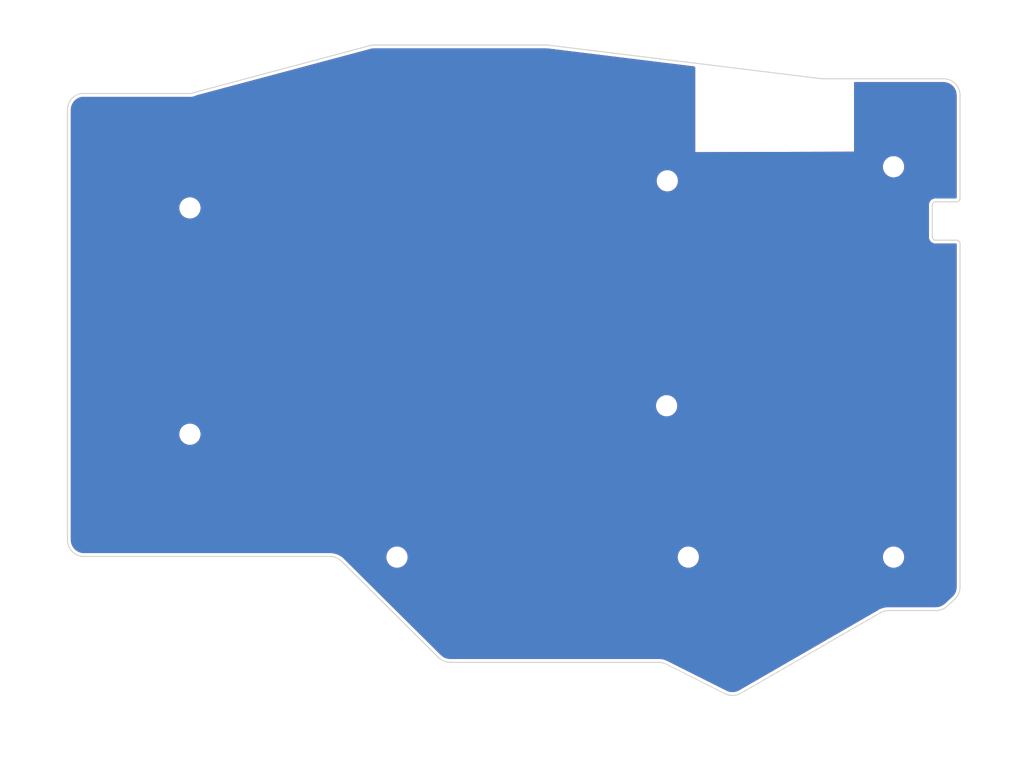
<source format=kicad_pcb>
(kicad_pcb (version 20210108) (generator pcbnew)
  (layers (0 "F.Cu" signal) (31 "B.Cu" signal) (34 "B.Paste" user) (35 "F.Paste" user) (36 "B.SilkS" user "B.Silkscreen") (37 "F.SilkS" user "F.Silkscreen") (38 "B.Mask" user) (39 "F.Mask" user) (44 "Edge.Cuts" user))
  (net 0 "")
  (footprint "MountingHole:MountingHole_2.2mm_M2_DIN965" (layer "F.Cu") (at 128.764476 111.175)
    (fp_text reference "H8" hide)
    (fp_text value "MountingHole_Pad")
    (pad "1" np_thru_hole circle (at 0 0) (size 2.2 2.2) (drill 2.2) (layers *.Cu *.Mask))
  )
  (footprint "MountingHole:MountingHole_2.2mm_M2_DIN965" (layer "F.Cu") (at 172.764476 111.175)
    (fp_text reference "H7" hide)
    (fp_text value "MountingHole_Pad")
    (pad "1" np_thru_hole circle (at 0 0) (size 2.2 2.2) (drill 2.2) (layers *.Cu *.Mask))
  )
  (footprint "MountingHole:MountingHole_2.2mm_M2_DIN965" (layer "B.Cu") (at 169.489476 88.3 180)
    (fp_text reference "H1" hide)
    (fp_text value "MountingHole_Pad")
    (pad "1" np_thru_hole circle (at 0 0 180) (size 2.2 2.2) (drill 2.2) (layers *.Cu *.Mask))
  )
  (footprint "MountingHole:MountingHole_2.2mm_M2_DIN965" (layer "B.Cu") (at 97.489476 92.6 180)
    (fp_text reference "H3" hide)
    (fp_text value "MountingHole_Pad")
    (pad "1" np_thru_hole circle (at 0 0 180) (size 2.2 2.2) (drill 2.2) (layers *.Cu *.Mask))
  )
  (footprint "MountingHole:MountingHole_2.2mm_M2_DIN965" (layer "B.Cu") (at 97.489476 58.4 180)
    (fp_text reference "H6" hide)
    (fp_text value "MountingHole_Pad")
    (pad "1" np_thru_hole circle (at 0 0 180) (size 2.2 2.2) (drill 2.2) (layers *.Cu *.Mask))
  )
  (footprint "MountingHole:MountingHole_2.2mm_M2_DIN965" (layer "B.Cu") (at 169.589476 54.3 180)
    (fp_text reference "H5" hide)
    (fp_text value "MountingHole_Pad")
    (pad "1" np_thru_hole circle (at 0 0 180) (size 2.2 2.2) (drill 2.2) (layers *.Cu *.Mask))
  )
  (footprint "MountingHole:MountingHole_2.2mm_M2_DIN965" (layer "B.Cu") (at 203.764476 111.175 180)
    (fp_text reference "H2" hide)
    (fp_text value "MountingHole_Pad")
    (pad "1" np_thru_hole circle (at 0 0 180) (size 2.2 2.2) (drill 2.2) (layers *.Cu *.Mask))
  )
  (footprint "MountingHole:MountingHole_2.2mm_M2_DIN965" (layer "B.Cu") (at 203.764476 52.175 180)
    (fp_text reference "H4" hide)
    (fp_text value "MountingHole_Pad")
    (pad "1" np_thru_hole circle (at 0 0 180) (size 2.2 2.2) (drill 2.2) (layers *.Cu *.Mask))
  )
  (gr_arc (start 168.28243 129.575) (end 168.28243 127.074999) (angle 26.68376982) (layer "Edge.Cuts") (width 0.15))
  (gr_line (start 209.614476 57.975) (end 209.614476 62.775) (layer "Edge.Cuts") (width 0.15))
  (gr_line (start 201.750692 119.587177) (end 180.685165 131.749364) (layer "Edge.Cuts") (width 0.15))
  (gr_arc (start 203.000691 121.752241) (end 201.750692 119.587177) (angle 29.99999438) (layer "Edge.Cuts") (width 0.15))
  (gr_arc (start 213.303952 63.775) (end 213.803952 63.775) (angle -90) (layer "Edge.Cuts") (width 0.15))
  (gr_arc (start 211.303952 115.702087) (end 213.803952 115.702087) (angle 47.3008237) (layer "Edge.Cuts") (width 0.15))
  (gr_arc (start 97.578479 39.859014) (end 97.578479 41.109015) (angle -30.96374867) (layer "Edge.Cuts") (width 0.15))
  (gr_arc (start 179.435165 129.584301) (end 180.685165 131.749364) (angle 56.68375556) (layer "Edge.Cuts") (width 0.15))
  (gr_arc (start 151.272343 36.275) (end 151.272343 33.775) (angle 7.006961979) (layer "Edge.Cuts") (width 0.15))
  (gr_line (start 78.989476 43.575) (end 78.989476 44.075) (layer "Edge.Cuts") (width 0.15))
  (gr_line (start 135.035182 126.348197) (end 120.398994 111.801802) (layer "Edge.Cuts") (width 0.15))
  (gr_line (start 178.312501 131.818048) (end 169.405095 127.341252) (layer "Edge.Cuts") (width 0.15))
  (gr_arc (start 210.165877 116.752241) (end 211.86125 118.589552) (angle 42.6991763) (layer "Edge.Cuts") (width 0.15))
  (gr_arc (start 211.303952 41.375) (end 211.303952 38.875) (angle 90) (layer "Edge.Cuts") (width 0.15))
  (gr_arc (start 193.072944 36.375) (end 193.072944 38.875) (angle 7.006963191) (layer "Edge.Cuts") (width 0.15))
  (gr_line (start 213.803952 56.975) (end 213.803952 41.375) (layer "Edge.Cuts") (width 0.15))
  (gr_arc (start 81.489476 108.575) (end 81.489476 111.075) (angle 90) (layer "Edge.Cuts") (width 0.15))
  (gr_arc (start 136.797501 124.574999) (end 136.797501 127.074999) (angle 44.82370585) (layer "Edge.Cuts") (width 0.15))
  (gr_line (start 78.989476 108.575) (end 78.989476 108.075) (layer "Edge.Cuts") (width 0.15))
  (gr_line (start 193.072944 38.875) (end 211.303952 38.875) (layer "Edge.Cuts") (width 0.15))
  (gr_arc (start 81.489476 43.575) (end 78.989476 43.575) (angle 80.53767854) (layer "Edge.Cuts") (width 0.15))
  (gr_arc (start 210.114476 57.975) (end 210.114476 57.475) (angle -90) (layer "Edge.Cuts") (width 0.15))
  (gr_line (start 213.303952 57.475) (end 210.114476 57.475) (layer "Edge.Cuts") (width 0.15))
  (gr_line (start 210.165878 119.252241) (end 203.000692 119.252241) (layer "Edge.Cuts") (width 0.15))
  (gr_line (start 125.289481 33.775) (end 151.272343 33.774999) (layer "Edge.Cuts") (width 0.15))
  (gr_line (start 151.577318 33.793671) (end 192.767969 38.856329) (layer "Edge.Cuts") (width 0.15))
  (gr_line (start 81.078479 41.109015) (end 97.578479 41.109015) (layer "Edge.Cuts") (width 0.15))
  (gr_line (start 213.803952 63.775) (end 213.803952 115.702087) (layer "Edge.Cuts") (width 0.15))
  (gr_line (start 98.221599 40.930881) (end 124.878483 33.809015) (layer "Edge.Cuts") (width 0.15))
  (gr_line (start 78.989476 108.075) (end 78.989476 44.075) (layer "Edge.Cuts") (width 0.15))
  (gr_line (start 168.28243 127.074999) (end 136.797501 127.074999) (layer "Edge.Cuts") (width 0.15))
  (gr_line (start 212.999325 117.539397) (end 211.86125 118.589551) (layer "Edge.Cuts") (width 0.15))
  (gr_arc (start 125.28948 36.275) (end 124.878483 33.809015) (angle 9.462321464) (layer "Edge.Cuts") (width 0.15))
  (gr_line (start 210.114476 63.275) (end 213.303952 63.275) (layer "Edge.Cuts") (width 0.15))
  (gr_arc (start 118.636674 113.575) (end 118.636674 111.075) (angle 44.82371423) (layer "Edge.Cuts") (width 0.15))
  (gr_line (start 118.636674 111.075) (end 81.489476 111.075) (layer "Edge.Cuts") (width 0.15))
  (gr_arc (start 213.303952 56.975) (end 213.303952 57.475) (angle -90) (layer "Edge.Cuts") (width 0.15))
  (gr_arc (start 210.114476 62.775) (end 209.614476 62.775) (angle -90) (layer "Edge.Cuts") (width 0.15))
  (zone (net 0) (net_name "") (layers F&B.Cu) (connect_pads (clearance 0)) (min_thickness 0.254)
    (keepout (tracks not_allowed) (vias not_allowed) (pads allowed) (copperpour not_allowed) (footprints allowed))
    (fill (thermal_gap 0.508) (thermal_bridge_width 0.508))
    (polygon (pts (xy 197.803952 49.9) (xy 197.803952 38.9) (xy 192.803952 38.975) (xy 173.803952 36.475) (xy 173.803952 49.975)))
  )
  (zone (net 0) (net_name "") (layers F&B.Cu) (connect_pads (clearance 0.508)) (min_thickness 0.254) (fill yes (thermal_gap 0.508) (thermal_bridge_width 0.508))
    (polygon (pts (xy 223.489476 142.325) (xy 68.803952 142.475) (xy 69.303952 26.975) (xy 222.489476 27.075)))
  )
)
</source>
